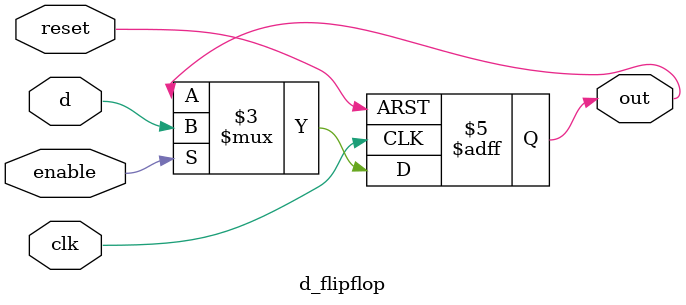
<source format=v>
`timescale 1ns / 1ps


module d_flipflop(d, clk, enable, reset, out);
  input d, clk, enable, reset;
  output out;

  reg out;

  always @ (posedge clk or posedge reset) begin
    if (reset)
      out = 0;
    else
      if (enable)
        out = d;
  end
endmodule
</source>
